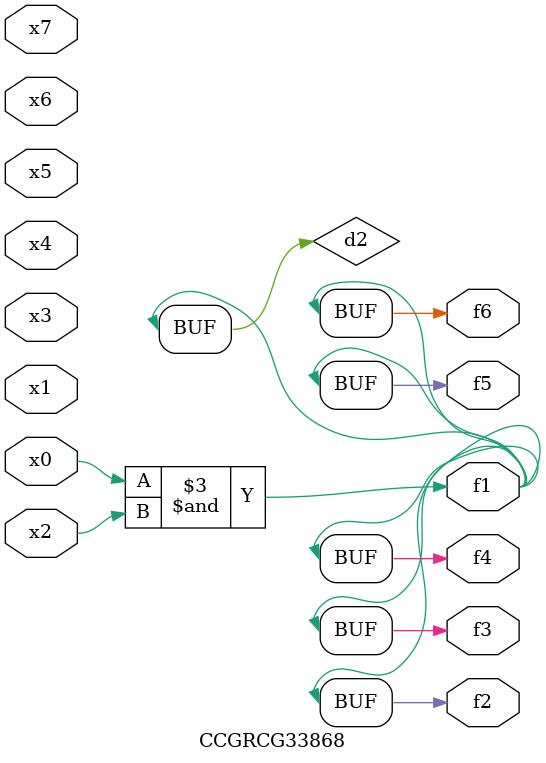
<source format=v>
module CCGRCG33868(
	input x0, x1, x2, x3, x4, x5, x6, x7,
	output f1, f2, f3, f4, f5, f6
);

	wire d1, d2;

	nor (d1, x3, x6);
	and (d2, x0, x2);
	assign f1 = d2;
	assign f2 = d2;
	assign f3 = d2;
	assign f4 = d2;
	assign f5 = d2;
	assign f6 = d2;
endmodule

</source>
